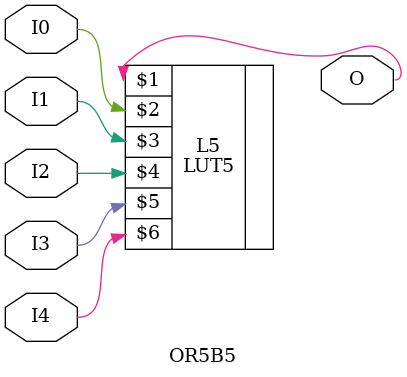
<source format=v>


`timescale  1 ps / 1 ps


module OR5B5 (O, I0, I1, I2, I3, I4);

    output O;

    input  I0, I1, I2, I3, I4;

    LUT5 #(.INIT(32'h7FFFFFFF)) L5 (O, I0, I1, I2, I3, I4);

endmodule

</source>
